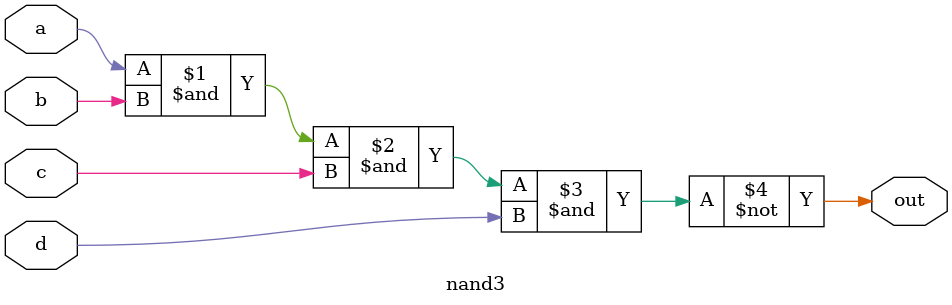
<source format=v>
`timescale 1ns / 1ps


module nand3(a, b, c, d, out);
    input a, b, c, d;
    output out;
    assign out = ~(a & b & c & d);
endmodule

</source>
